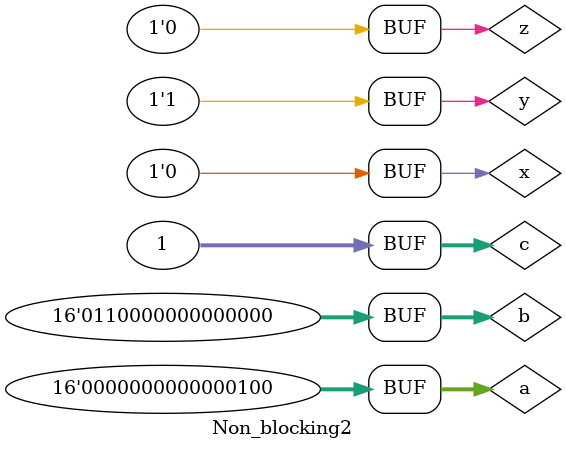
<source format=v>
/*
1.a non-blocking assignment is represented with the sign '<='
2.non-blocking assignment allows scheduling of assignment without blocking execution of the statements that follows in sequential block.
3.all the non-blocking assignment executes in parallel.
4.for all the non-blocking assignments in a block,the right hand side is evaluated first,later the specified assignments are scheduled. 
*/

//Example-behaviour of non-blocking assignment for regular and intra-assignment delay
//and it is different
//code-1-non-blocking assignment with regular delay
module Non_blocking1;
  reg x,y,z;
  reg [15:0]a,b;
  integer c;
  initial
    begin //sequential block
      x=0;
      y=1;
      z=1;
      c=0;
      a=0;
      b=a;
      $strobe("all above statement execute at t=%0t",$time);
      #15 a[2]<=1'b1;
      $strobe("a[2]=1'b1 execute at t=%0t",$time);
      #10 b[15:13]<={x,y,z};
      $strobe("b[15:13]={x,y,z} execute at t=%0t",$time);
      c<=c+1;
      $strobe("c=c+1 execute at t=%0t",$time); 
    end
endmodule

//code-2 non-blocking assignment with intra-assignment delay(see the waveforms for complete understanding)
module Non_blocking2;
  reg x,y,z;
  reg [15:0]a,b;
  integer c;
  initial
    begin //sequential block
      x=0;
      y=1;
      z=1;
      c=0;
      a=0;
      b=a;
      $strobe("all above statement execute at t=%0t",$time);
      a[2]<=#15 1'b1; //R.H.S of all the non-blocking assignment evaluated at t=0 and scheduled at their respective intra-assignment delay
      $strobe("a[2]=1'b1 execute at t=%0t",$time); //all the above and below statements execute at t=0 time unit
      b[15:13]<=#10 {x,y,z}; //b[15:13] is scheduled at t=10 time unit
      $strobe("b[15:13]={x,y,z} execute at t=%0t",$time);
      c<=c+1;
      $strobe("c=c+1 execute at t=%0t",$time);
      //below part is redundant-it was added just to get the value of a at t=15 time unit on waveform
      #20;
      z=0;
    end
  initial
    begin
      $dumpfile("non.vcd");
      $dumpvars;
    end
endmodule

</source>
